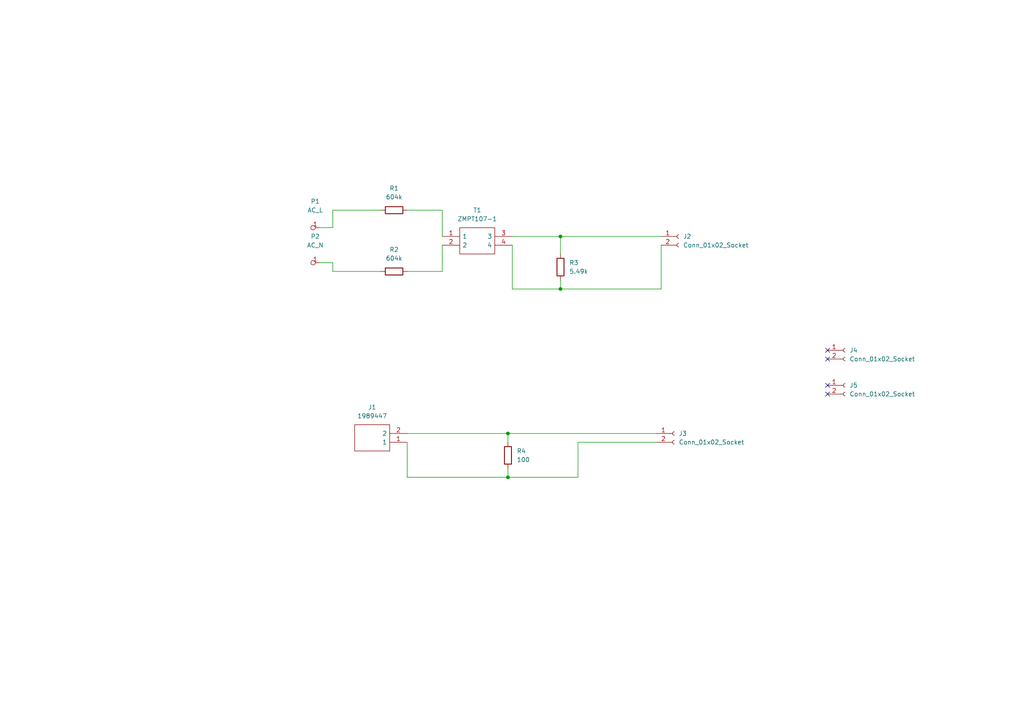
<source format=kicad_sch>
(kicad_sch (version 20231120) (generator "eeschema") (generator_version "8.0")
  (paper "A4")
  (lib_symbols
    (symbol "Connector:Conn_01x02_Socket" (pin_names (offset 1.016) hide)
      (property "Reference" "J" (at 0 2.54 0))
      (property "Value" "Conn_01x02_Socket" (at 0 -5.08 0))
      (symbol "Conn_01x02_Socket_1_1"
        (arc (start 0 -2.032) (mid -0.5058 -2.54) (end 0 -3.048) (stroke (width 0.1524)))
        (polyline (pts (xy -1.27 -2.54) (xy -0.508 -2.54)) (stroke (width 0.1524)))
        (polyline (pts (xy -1.27 0) (xy -0.508 0)) (stroke (width 0.1524)))
        (arc (start 0 0.508) (mid -0.5058 0) (end 0 -0.508) (stroke (width 0.1524)))
        (pin passive line (at -5.08 0 0) (length 3.81) (name "Pin_1") (number "1"))
        (pin passive line (at -5.08 -2.54 0) (length 3.81) (name "Pin_2") (number "2"))
      )
    )
    (symbol "Mouser:1989447" (pin_names (offset 0.762))
      (property "Reference" "J" (at 16.51 7.62 0))
      (property "Value" "1989447" (at 16.51 5.08 0))
      (symbol "1989447_0_0"
        (pin passive line (at 0 0 0) (length 5.08) (name "1") (number "1"))
        (pin passive line (at 0 -2.54 0) (length 5.08) (name "2") (number "2"))
      )
      (symbol "1989447_0_1"
        (polyline (pts (xy 5.08 2.54) (xy 15.24 2.54) (xy 15.24 -5.08) (xy 5.08 -5.08) (xy 5.08 2.54)) (stroke (width 0.1524)))
      )
    )
    (symbol "Mouser:PAD_hole2.6" (exclude_from_sim yes) (in_bom no) (on_board no)
      (property "Reference" "P" (at 1.016 1.778 0))
      (symbol "PAD_hole2.6_1_1"
        (pin input inverted (at -1.27 0 0) (length 2.54) (name "") (number "1"))
      )
    )
    (symbol "Mouser:ZMPT107-1" (pin_names (offset 0.762))
      (property "Reference" "T" (at 16.51 7.62 0))
      (property "Value" "ZMPT107-1" (at 16.51 5.08 0))
      (symbol "ZMPT107-1_0_0"
        (pin passive line (at 0 0 0) (length 5.08) (name "1") (number "1"))
        (pin passive line (at 0 -2.54 0) (length 5.08) (name "2") (number "2"))
        (pin passive line (at 20.32 0 180) (length 5.08) (name "3") (number "3"))
        (pin passive line (at 20.32 -2.54 180) (length 5.08) (name "4") (number "4"))
      )
      (symbol "ZMPT107-1_0_1"
        (polyline (pts (xy 5.08 2.54) (xy 15.24 2.54) (xy 15.24 -5.08) (xy 5.08 -5.08) (xy 5.08 2.54)) (stroke (width 0.1524)))
      )
    )
    (symbol "PAD_hole2.6_1" (exclude_from_sim yes) (in_bom no) (on_board no)
      (property "Reference" "P" (at 1.016 1.778 0))
      (symbol "PAD_hole2.6_1_1_1"
        (pin input inverted (at -1.27 0 0) (length 2.54) (name "") (number "1"))
      )
    )
    (symbol "PCM_Resistor_AKL:R_0402" (pin_numbers hide) (pin_names (offset 0))
      (property "Reference" "R" (at 2.54 1.27 0))
      (property "Value" "R_0402" (at 2.54 -1.27 0))
      (symbol "R_0402_0_1"
        (rectangle (start -1.016 2.54) (end 1.016 -2.54) (stroke (width 0.254)))
      )
      (symbol "R_0402_0_2"
        (polyline (pts (xy -2.54 -2.54) (xy -1.524 -1.524)))
        (polyline (pts (xy 1.524 1.524) (xy 2.54 2.54)))
        (polyline (pts (xy 1.524 1.524) (xy 0.889 2.159) (xy -2.159 -0.889) (xy -0.889 -2.159) (xy 2.159 0.889) (xy 1.524 1.524)) (stroke (width 0.254)))
      )
      (symbol "R_0402_1_1"
        (pin passive line (at 0 3.81 270) (length 1.27) (name "~") (number "1"))
        (pin passive line (at 0 -3.81 90) (length 1.27) (name "~") (number "2"))
      )
      (symbol "R_0402_1_2"
        (pin passive line (at 2.54 2.54 180) (length 0) (name "") (number "1"))
        (pin passive line (at -2.54 -2.54 0) (length 0) (name "") (number "2"))
      )
    )
    (symbol "PCM_Resistor_AKL:R_1206" (pin_numbers hide) (pin_names (offset 0))
      (property "Reference" "R" (at 2.54 1.27 0))
      (property "Value" "R_1206" (at 2.54 -1.27 0))
      (symbol "R_1206_0_1"
        (rectangle (start -1.016 2.54) (end 1.016 -2.54) (stroke (width 0.254)))
      )
      (symbol "R_1206_0_2"
        (polyline (pts (xy -2.54 -2.54) (xy -1.524 -1.524)))
        (polyline (pts (xy 1.524 1.524) (xy 2.54 2.54)))
        (polyline (pts (xy 1.524 1.524) (xy 0.889 2.159) (xy -2.159 -0.889) (xy -0.889 -2.159) (xy 2.159 0.889) (xy 1.524 1.524)) (stroke (width 0.254)))
      )
      (symbol "R_1206_1_1"
        (pin passive line (at 0 3.81 270) (length 1.27) (name "~") (number "1"))
        (pin passive line (at 0 -3.81 90) (length 1.27) (name "~") (number "2"))
      )
      (symbol "R_1206_1_2"
        (pin passive line (at 2.54 2.54 180) (length 0) (name "") (number "1"))
        (pin passive line (at -2.54 -2.54 0) (length 0) (name "") (number "2"))
      )
    )
  )
  (junction (at 162.56 83.82))
  (junction (at 147.32 138.43))
  (junction (at 162.56 68.58))
  (junction (at 147.32 125.73))
  (no_connect (at 240.03 114.3))
  (no_connect (at 240.03 104.14))
  (no_connect (at 240.03 101.6))
  (no_connect (at 240.03 111.76))
  (wire (pts (xy 147.32 125.73) (xy 147.32 128.27)))
  (wire (pts (xy 148.59 83.82) (xy 162.56 83.82)))
  (wire (pts (xy 96.52 60.96) (xy 96.52 66.04)))
  (wire (pts (xy 110.49 60.96) (xy 96.52 60.96)))
  (wire (pts (xy 96.52 76.2) (xy 92.71 76.2)))
  (wire (pts (xy 167.64 128.27) (xy 167.64 138.43)))
  (wire (pts (xy 148.59 71.12) (xy 148.59 83.82)))
  (wire (pts (xy 118.11 60.96) (xy 128.27 60.96)))
  (wire (pts (xy 147.32 125.73) (xy 190.5 125.73)))
  (wire (pts (xy 191.77 71.12) (xy 191.77 83.82)))
  (wire (pts (xy 128.27 60.96) (xy 128.27 68.58)))
  (wire (pts (xy 162.56 83.82) (xy 191.77 83.82)))
  (wire (pts (xy 162.56 68.58) (xy 162.56 73.66)))
  (wire (pts (xy 147.32 138.43) (xy 147.32 135.89)))
  (wire (pts (xy 128.27 78.74) (xy 118.11 78.74)))
  (wire (pts (xy 110.49 78.74) (xy 96.52 78.74)))
  (wire (pts (xy 118.11 125.73) (xy 147.32 125.73)))
  (wire (pts (xy 167.64 138.43) (xy 147.32 138.43)))
  (wire (pts (xy 96.52 78.74) (xy 96.52 76.2)))
  (wire (pts (xy 118.11 138.43) (xy 147.32 138.43)))
  (wire (pts (xy 190.5 128.27) (xy 167.64 128.27)))
  (wire (pts (xy 191.77 68.58) (xy 162.56 68.58)))
  (wire (pts (xy 96.52 66.04) (xy 92.71 66.04)))
  (wire (pts (xy 118.11 128.27) (xy 118.11 138.43)))
  (wire (pts (xy 128.27 71.12) (xy 128.27 78.74)))
  (wire (pts (xy 162.56 81.28) (xy 162.56 83.82)))
  (wire (pts (xy 148.59 68.58) (xy 162.56 68.58)))
  (symbol (lib_id "Connector:Conn_01x02_Socket") (at 195.58 125.73 0) (unit 1)
    (property "Reference" "J3" (at 196.85 125.7299 0) (effects (justify left)))
    (property "Value" "Conn_01x02_Socket" (at 196.85 128.2699 0) (effects (justify left)))
    (property "Footprint" "Connector_PinSocket_2.54mm:PinSocket_1x02_P2.54mm_Vertical" (effects (hide yes)))
    (property "Description" "Generic connector, single row, 01x02, script generated" (effects (hide yes)))
  )
  (symbol (lib_id "Connector:Conn_01x02_Socket") (at 196.85 68.58 0) (unit 1)
    (property "Reference" "J2" (at 198.12 68.5799 0) (effects (justify left)))
    (property "Value" "Conn_01x02_Socket" (at 198.12 71.1199 0) (effects (justify left)))
    (property "Footprint" "Connector_PinSocket_2.54mm:PinSocket_1x02_P2.54mm_Vertical" (effects (hide yes)))
    (property "Description" "Generic connector, single row, 01x02, script generated" (effects (hide yes)))
  )
  (symbol (lib_name "PAD_hole2.6_1") (lib_id "Mouser:PAD_hole2.6") (at 91.44 66.04 180) (unit 1) (in_bom no)
    (property "Reference" "P1" (at 91.44 58.42 0))
    (property "Value" "AC_L" (at 91.44 60.96 0))
    (property "Footprint" "Mouser:PAD_hole" (effects (hide yes)))
  )
  (symbol (lib_id "PCM_Resistor_AKL:R_0402") (at 162.56 77.47 180) (unit 1)
    (property "Reference" "R3" (at 165.1 76.1999 0) (effects (justify right)))
    (property "Value" "5.49k" (at 165.1 78.7399 0) (effects (justify right)))
    (property "Footprint" "PCM_Resistor_SMD_AKL:R_0402_1005Metric" (effects (hide yes)))
    (property "Description" "SMD 0402 Chip Resistor, European Symbol, Alternate KiCad Library" (effects (hide yes)))
  )
  (symbol (lib_id "PCM_Resistor_AKL:R_1206") (at 114.3 60.96 90) (unit 1)
    (property "Reference" "R1" (at 114.3 54.61 90))
    (property "Value" "604k" (at 114.3 57.15 90))
    (property "Footprint" "PCM_Resistor_SMD_AKL:R_1206_3216Metric" (effects (hide yes)))
    (property "Description" "SMD 1206 Chip Resistor, European Symbol, Alternate KiCad Library" (effects (hide yes)))
  )
  (symbol (lib_id "PCM_Resistor_AKL:R_0402") (at 147.32 132.08 180) (unit 1)
    (property "Reference" "R4" (at 149.86 130.8099 0) (effects (justify right)))
    (property "Value" "100" (at 149.86 133.3499 0) (effects (justify right)))
    (property "Footprint" "PCM_Resistor_SMD_AKL:R_0402_1005Metric" (effects (hide yes)))
    (property "Description" "SMD 0402 Chip Resistor, European Symbol, Alternate KiCad Library" (effects (hide yes)))
  )
  (symbol (lib_id "Mouser:PAD_hole2.6") (at 91.44 76.2 180) (unit 1) (in_bom no)
    (property "Reference" "P2" (at 91.44 68.58 0))
    (property "Value" "AC_N" (at 91.44 71.12 0))
    (property "Footprint" "Mouser:PAD_hole" (effects (hide yes)))
  )
  (symbol (lib_id "Mouser:ZMPT107-1") (at 128.27 68.58 0) (unit 1)
    (property "Reference" "T1" (at 138.43 60.96 0))
    (property "Value" "ZMPT107-1" (at 138.43 63.5 0))
    (property "Footprint" "ZMPT1071" (effects (hide yes)))
    (property "Datasheet" "https://item.szlcsc.com/136467.html" (effects (hide yes)))
    (property "Description" "2mA Voltage transformer 1:1 2mA Plugin Current Sense Transformers ROHS" (effects (hide yes)))
    (property "Description_1" "2mA Voltage transformer 1:1 2mA Plugin Current Sense Transformers ROHS" (effects (hide yes)))
    (property "Height" "18.4" (effects (hide yes)))
    (property "Manufacturer_Name" "Qingxian Zeming Langxi Electronic" (effects (hide yes)))
    (property "Manufacturer_Part_Number" "ZMPT107-1" (effects (hide yes)))
  )
  (symbol (lib_id "PCM_Resistor_AKL:R_1206") (at 114.3 78.74 90) (unit 1)
    (property "Reference" "R2" (at 114.3 72.39 90))
    (property "Value" "604k" (at 114.3 74.93 90))
    (property "Footprint" "PCM_Resistor_SMD_AKL:R_1206_3216Metric" (effects (hide yes)))
    (property "Description" "SMD 1206 Chip Resistor, European Symbol, Alternate KiCad Library" (effects (hide yes)))
  )
  (symbol (lib_id "Connector:Conn_01x02_Socket") (at 245.11 111.76 0) (unit 1)
    (property "Reference" "J5" (at 246.38 111.7599 0) (effects (justify left)))
    (property "Value" "Conn_01x02_Socket" (at 246.38 114.2999 0) (effects (justify left)))
    (property "Footprint" "Connector_PinSocket_2.54mm:PinSocket_1x02_P2.54mm_Vertical" (effects (hide yes)))
    (property "Description" "Generic connector, single row, 01x02, script generated" (effects (hide yes)))
  )
  (symbol (lib_id "Mouser:1989447") (at 118.11 128.27 180) (unit 1)
    (property "Reference" "J1" (at 107.95 118.11 0))
    (property "Value" "1989447" (at 107.95 120.65 0))
    (property "Footprint" "1989447" (effects (hide yes)))
    (property "Datasheet" "https://www.phoenixcontact.com/en-gb/products/printed-circuit-board-terminal-pt-15-2-50-h-bk-1989447" (effects (hide yes)))
    (property "Description" "2 Position Wire to Board Terminal Block Horizontal with Board 0.197\" (5.00mm) Through Hole" (effects (hide yes)))
    (property "Description_1" "2 Position Wire to Board Terminal Block Horizontal with Board 0.197\" (5.00mm) Through Hole" (effects (hide yes)))
    (property "Height" "11.45" (effects (hide yes)))
    (property "Manufacturer_Name" "Phoenix Contact" (effects (hide yes)))
    (property "Manufacturer_Part_Number" "1989447" (effects (hide yes)))
    (property "Mouser Part Number" "651-1989447" (effects (hide yes)))
    (property "Mouser Price/Stock" "https://www.mouser.co.uk/ProductDetail/Phoenix-Contact/1989447?qs=eiqBpq341KXr6CNtM3KBOw%3D%3D" (effects (hide yes)))
    (property "Arrow Part Number" "1989447" (effects (hide yes)))
    (property "Arrow Price/Stock" "null?region=nac" (effects (hide yes)))
  )
  (symbol (lib_id "Connector:Conn_01x02_Socket") (at 245.11 101.6 0) (unit 1)
    (property "Reference" "J4" (at 246.38 101.5999 0) (effects (justify left)))
    (property "Value" "Conn_01x02_Socket" (at 246.38 104.1399 0) (effects (justify left)))
    (property "Footprint" "Connector_PinSocket_2.54mm:PinSocket_1x02_P2.54mm_Vertical" (effects (hide yes)))
    (property "Description" "Generic connector, single row, 01x02, script generated" (effects (hide yes)))
  )
)
</source>
